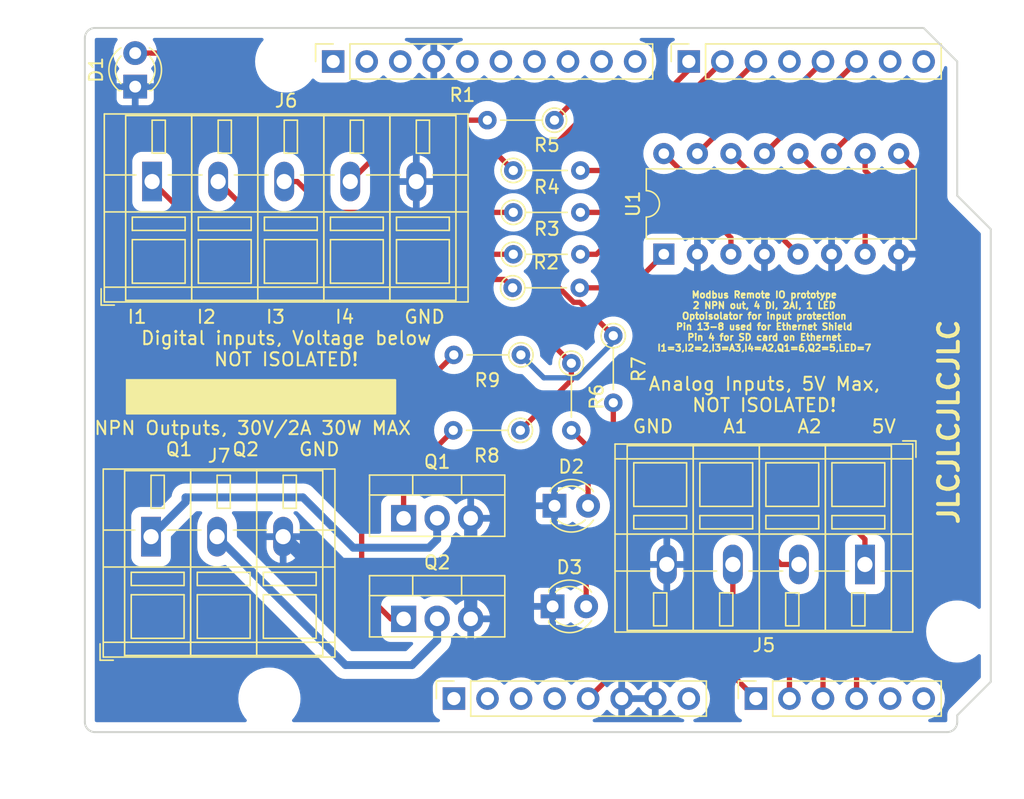
<source format=kicad_pcb>
(kicad_pcb (version 20211014) (generator pcbnew)
  (title_block (date "mar. 31 mars 2015"))
  (layers (0 "F.Cu" signal) (31 "B.Cu" signal) (34 "B.Paste" user) (35 "F.Paste" user) (36 "B.SilkS" user "B.Silkscreen") (37 "F.SilkS" user "F.Silkscreen") (38 "B.Mask" user) (39 "F.Mask" user) (44 "Edge.Cuts" user))
  (net 0 "")
  (net 1 "GND")
  (net 3 "+5V")
  (net 4 "/IOREF")
  (net 5 "Net-(D1-Pad2)")
  (net 6 "Net-(D2-Pad2)")
  (net 7 "Net-(D3-Pad2)")
  (net 11 "/13")
  (net 12 "/12")
  (net 13 "A0")
  (net 14 "/8")
  (net 15 "A1")
  (net 16 "/*11")
  (net 17 "/*10")
  (net 18 "/*9")
  (net 19 "/4")
  (net 20 "IN4")
  (net 21 "IN3")
  (net 23 "/TX{slash}1")
  (net 25 "/RX{slash}0")
  (net 26 "+3V3")
  (net 27 "VCC")
  (net 28 "/~{RESET}")
  (net 29 "OUT_LED")
  (net 30 "OUT1")
  (net 31 "OUT2")
  (net 32 "IN2")
  (net 33 "IN1")
  (net 34 "Net-(J6-Pad1)")
  (net 35 "Net-(J6-Pad2)")
  (net 36 "Net-(J6-Pad3)")
  (net 37 "Net-(J6-Pad4)")
  (net 38 "Net-(J7-Pad1)")
  (net 39 "Net-(J7-Pad2)")
  (net 40 "Net-(Q1-Pad1)")
  (net 41 "Net-(Q2-Pad1)")
  (net 42 "Net-(R2-Pad2)")
  (net 43 "Net-(R3-Pad2)")
  (net 44 "Net-(R4-Pad2)")
  (net 45 "Net-(R5-Pad2)")
  (footprint "Connector_PinSocket_2.54mm:PinSocket_1x08_P2.54mm_Vertical" (layer "F.Cu") (at 127.94 97.46 90)
    (fp_text reference "J1" hide)
    (fp_text value "Power")
    (pad "1" thru_hole rect locked (at 0 0 90) (size 1.7 1.7) (drill 1) (layers *.Cu *.Mask))
    (pad "2" thru_hole oval locked (at 0 2.54 90) (size 1.7 1.7) (drill 1) (layers *.Cu *.Mask) (net 4 "/IOREF"))
    (pad "3" thru_hole oval locked (at 0 5.08 90) (size 1.7 1.7) (drill 1) (layers *.Cu *.Mask) (net 28 "/~{RESET}"))
    (pad "4" thru_hole oval locked (at 0 7.62 90) (size 1.7 1.7) (drill 1) (layers *.Cu *.Mask) (net 26 "+3V3"))
    (pad "5" thru_hole oval locked (at 0 10.16 90) (size 1.7 1.7) (drill 1) (layers *.Cu *.Mask) (net 3 "+5V"))
    (pad "6" thru_hole oval locked (at 0 12.7 90) (size 1.7 1.7) (drill 1) (layers *.Cu *.Mask) (net 1 "GND"))
    (pad "7" thru_hole oval locked (at 0 15.24 90) (size 1.7 1.7) (drill 1) (layers *.Cu *.Mask) (net 1 "GND"))
    (pad "8" thru_hole oval locked (at 0 17.78 90) (size 1.7 1.7) (drill 1) (layers *.Cu *.Mask) (net 27 "VCC"))
  )
  (footprint "Connector_PinSocket_2.54mm:PinSocket_1x06_P2.54mm_Vertical" (layer "F.Cu") (at 150.8 97.46 90)
    (fp_text reference "J3" hide)
    (fp_text value "Analog")
    (pad "1" thru_hole rect locked (at 0 0 90) (size 1.7 1.7) (drill 1) (layers *.Cu *.Mask) (net 13 "A0"))
    (pad "2" thru_hole oval locked (at 0 2.54 90) (size 1.7 1.7) (drill 1) (layers *.Cu *.Mask) (net 15 "A1"))
    (pad "3" thru_hole oval locked (at 0 5.08 90) (size 1.7 1.7) (drill 1) (layers *.Cu *.Mask) (net 20 "IN4"))
    (pad "4" thru_hole oval locked (at 0 7.62 90) (size 1.7 1.7) (drill 1) (layers *.Cu *.Mask) (net 21 "IN3"))
    (pad "5" thru_hole oval locked (at 0 10.16 90) (size 1.7 1.7) (drill 1) (layers *.Cu *.Mask))
    (pad "6" thru_hole oval locked (at 0 12.7 90) (size 1.7 1.7) (drill 1) (layers *.Cu *.Mask))
  )
  (footprint "Connector_PinSocket_2.54mm:PinSocket_1x10_P2.54mm_Vertical" (layer "F.Cu") (at 118.796 49.2 90)
    (fp_text reference "J2" hide)
    (fp_text value "Digital/PWM")
    (pad "1" thru_hole rect locked (at 0 0 90) (size 1.7 1.7) (drill 1) (layers *.Cu *.Mask))
    (pad "2" thru_hole oval locked (at 0 2.54 90) (size 1.7 1.7) (drill 1) (layers *.Cu *.Mask))
    (pad "3" thru_hole oval locked (at 0 5.08 90) (size 1.7 1.7) (drill 1) (layers *.Cu *.Mask))
    (pad "4" thru_hole oval locked (at 0 7.62 90) (size 1.7 1.7) (drill 1) (layers *.Cu *.Mask) (net 1 "GND"))
    (pad "5" thru_hole oval locked (at 0 10.16 90) (size 1.7 1.7) (drill 1) (layers *.Cu *.Mask) (net 11 "/13"))
    (pad "6" thru_hole oval locked (at 0 12.7 90) (size 1.7 1.7) (drill 1) (layers *.Cu *.Mask) (net 12 "/12"))
    (pad "7" thru_hole oval locked (at 0 15.24 90) (size 1.7 1.7) (drill 1) (layers *.Cu *.Mask) (net 16 "/*11"))
    (pad "8" thru_hole oval locked (at 0 17.78 90) (size 1.7 1.7) (drill 1) (layers *.Cu *.Mask) (net 17 "/*10"))
    (pad "9" thru_hole oval locked (at 0 20.32 90) (size 1.7 1.7) (drill 1) (layers *.Cu *.Mask) (net 18 "/*9"))
    (pad "10" thru_hole oval locked (at 0 22.86 90) (size 1.7 1.7) (drill 1) (layers *.Cu *.Mask) (net 14 "/8"))
  )
  (footprint "Connector_PinSocket_2.54mm:PinSocket_1x08_P2.54mm_Vertical" (layer "F.Cu") (at 145.72 49.2 90)
    (fp_text reference "J4" hide)
    (fp_text value "Digital/PWM")
    (pad "1" thru_hole rect locked (at 0 0 90) (size 1.7 1.7) (drill 1) (layers *.Cu *.Mask) (net 29 "OUT_LED"))
    (pad "2" thru_hole oval locked (at 0 2.54 90) (size 1.7 1.7) (drill 1) (layers *.Cu *.Mask) (net 30 "OUT1"))
    (pad "3" thru_hole oval locked (at 0 5.08 90) (size 1.7 1.7) (drill 1) (layers *.Cu *.Mask) (net 31 "OUT2"))
    (pad "4" thru_hole oval locked (at 0 7.62 90) (size 1.7 1.7) (drill 1) (layers *.Cu *.Mask) (net 19 "/4"))
    (pad "5" thru_hole oval locked (at 0 10.16 90) (size 1.7 1.7) (drill 1) (layers *.Cu *.Mask) (net 33 "IN1"))
    (pad "6" thru_hole oval locked (at 0 12.7 90) (size 1.7 1.7) (drill 1) (layers *.Cu *.Mask) (net 32 "IN2"))
    (pad "7" thru_hole oval locked (at 0 15.24 90) (size 1.7 1.7) (drill 1) (layers *.Cu *.Mask) (net 23 "/TX{slash}1"))
    (pad "8" thru_hole oval locked (at 0 17.78 90) (size 1.7 1.7) (drill 1) (layers *.Cu *.Mask) (net 25 "/RX{slash}0"))
  )
  (footprint "Resistor_THT:R_Axial_DIN0204_L3.6mm_D1.6mm_P5.08mm_Vertical" (layer "F.Cu") (at 135.55 53.645 180)
    (fp_text reference "R1" (at 6.975 1.905) (layer "F.SilkS"))
    (fp_text value "220")
    (pad "1" thru_hole circle (at 0 0 180) (size 1.4 1.4) (drill 0.7) (layers *.Cu *.Mask) (net 29 "OUT_LED"))
    (pad "2" thru_hole oval (at 5.08 0 180) (size 1.4 1.4) (drill 0.7) (layers *.Cu *.Mask) (net 5 "Net-(D1-Pad2)"))
  )
  (footprint "TerminalBlock_WAGO:TerminalBlock_WAGO_236-105_1x05_P5.00mm_45Degree" (layer "F.Cu") (at 105.09 58.295)
    (fp_text reference "J6" (at 10.15 -6.12) (layer "F.SilkS"))
    (fp_text value "Screw_Terminal_01x05")
    (pad "1" thru_hole rect (at 0 0) (size 1.5 3) (drill 1.15) (layers *.Cu *.Mask) (net 34 "Net-(J6-Pad1)"))
    (pad "2" thru_hole oval (at 5 0) (size 1.5 3) (drill 1.15) (layers *.Cu *.Mask) (net 35 "Net-(J6-Pad2)"))
    (pad "3" thru_hole oval (at 10 0) (size 1.5 3) (drill 1.15) (layers *.Cu *.Mask) (net 36 "Net-(J6-Pad3)"))
    (pad "4" thru_hole oval (at 15 0) (size 1.5 3) (drill 1.15) (layers *.Cu *.Mask) (net 37 "Net-(J6-Pad4)"))
    (pad "5" thru_hole oval (at 20 0) (size 1.5 3) (drill 1.15) (layers *.Cu *.Mask) (net 1 "GND"))
  )
  (footprint "Resistor_THT:R_Axial_DIN0204_L3.6mm_D1.6mm_P5.08mm_Vertical" (layer "F.Cu") (at 133.01 71.425 180)
    (fp_text reference "R9" (at 2.54 -1.92) (layer "F.SilkS"))
    (fp_text value "Calc for Trans")
    (pad "1" thru_hole circle (at 0 0 180) (size 1.4 1.4) (drill 0.7) (layers *.Cu *.Mask) (net 31 "OUT2"))
    (pad "2" thru_hole oval (at 5.08 0 180) (size 1.4 1.4) (drill 0.7) (layers *.Cu *.Mask) (net 41 "Net-(Q2-Pad1)"))
  )
  (footprint "Resistor_THT:R_Axial_DIN0204_L3.6mm_D1.6mm_P5.08mm_Vertical" (layer "F.Cu") (at 136.83 72.06 -90)
    (fp_text reference "R6" (at 2.54 -1.92 90) (layer "F.SilkS"))
    (fp_text value "220")
    (pad "1" thru_hole circle (at 0 0 270) (size 1.4 1.4) (drill 0.7) (layers *.Cu *.Mask) (net 30 "OUT1"))
    (pad "2" thru_hole oval (at 5.08 0 270) (size 1.4 1.4) (drill 0.7) (layers *.Cu *.Mask) (net 6 "Net-(D2-Pad2)"))
  )
  (footprint "Resistor_THT:R_Axial_DIN0204_L3.6mm_D1.6mm_P5.08mm_Vertical" (layer "F.Cu") (at 132.385 66.345)
    (fp_text reference "R2" (at 2.54 -1.92) (layer "F.SilkS"))
    (fp_text value "R")
    (pad "1" thru_hole circle (at 0 0) (size 1.4 1.4) (drill 0.7) (layers *.Cu *.Mask) (net 34 "Net-(J6-Pad1)"))
    (pad "2" thru_hole oval (at 5.08 0) (size 1.4 1.4) (drill 0.7) (layers *.Cu *.Mask) (net 42 "Net-(R2-Pad2)"))
  )
  (footprint "TerminalBlock_WAGO:TerminalBlock_WAGO_236-103_1x03_P5.00mm_45Degree" (layer "F.Cu") (at 105.01 85.195)
    (fp_text reference "J7" (at 5.15 -6.12) (layer "F.SilkS"))
    (fp_text value "Screw_Terminal_01x03")
    (pad "1" thru_hole rect (at 0 0) (size 1.5 3) (drill 1.15) (layers *.Cu *.Mask) (net 38 "Net-(J7-Pad1)"))
    (pad "2" thru_hole oval (at 5 0) (size 1.5 3) (drill 1.15) (layers *.Cu *.Mask) (net 39 "Net-(J7-Pad2)"))
    (pad "3" thru_hole oval (at 10 0) (size 1.5 3) (drill 1.15) (layers *.Cu *.Mask) (net 1 "GND"))
  )
  (footprint "Resistor_THT:R_Axial_DIN0204_L3.6mm_D1.6mm_P5.08mm_Vertical" (layer "F.Cu") (at 132.435 57.455)
    (fp_text reference "R5" (at 2.54 -1.92) (layer "F.SilkS"))
    (fp_text value "R")
    (pad "1" thru_hole circle (at 0 0) (size 1.4 1.4) (drill 0.7) (layers *.Cu *.Mask) (net 37 "Net-(J6-Pad4)"))
    (pad "2" thru_hole oval (at 5.08 0) (size 1.4 1.4) (drill 0.7) (layers *.Cu *.Mask) (net 45 "Net-(R5-Pad2)"))
  )
  (footprint "Resistor_THT:R_Axial_DIN0204_L3.6mm_D1.6mm_P5.08mm_Vertical" (layer "F.Cu") (at 132.97 77.14 180)
    (fp_text reference "R8" (at 2.54 -1.92) (layer "F.SilkS"))
    (fp_text value "Calc for Trans")
    (pad "1" thru_hole circle (at 0 0 180) (size 1.4 1.4) (drill 0.7) (layers *.Cu *.Mask) (net 30 "OUT1"))
    (pad "2" thru_hole oval (at 5.08 0 180) (size 1.4 1.4) (drill 0.7) (layers *.Cu *.Mask) (net 40 "Net-(Q1-Pad1)"))
  )
  (footprint "Arduino_MountingHole:MountingHole_3.2mm" (layer "F.Cu") (at 115.24 49.2)
    (fp_text reference "MH1" hide)
    (fp_text value "MountingHole_3.2mm" hide)
    (pad "" np_thru_hole circle locked (at 0 0) (size 3.2 3.2) (drill 3.2) (layers *.Cu *.Mask))
  )
  (footprint "Resistor_THT:R_Axial_DIN0204_L3.6mm_D1.6mm_P5.08mm_Vertical" (layer "F.Cu") (at 132.435 60.63)
    (fp_text reference "R4" (at 2.54 -1.92) (layer "F.SilkS"))
    (fp_text value "R")
    (pad "1" thru_hole circle (at 0 0) (size 1.4 1.4) (drill 0.7) (layers *.Cu *.Mask) (net 36 "Net-(J6-Pad3)"))
    (pad "2" thru_hole oval (at 5.08 0) (size 1.4 1.4) (drill 0.7) (layers *.Cu *.Mask) (net 44 "Net-(R4-Pad2)"))
  )
  (footprint "Package_TO_SOT_THT:TO-220-3_Vertical" (layer "F.Cu") (at 124.13 83.8)
    (fp_text reference "Q1" (at 2.54 -4.27) (layer "F.SilkS"))
    (fp_text value "TIP120")
    (pad "1" thru_hole rect (at 0 0) (size 1.905 2) (drill 1.1) (layers *.Cu *.Mask) (net 40 "Net-(Q1-Pad1)"))
    (pad "2" thru_hole oval (at 2.54 0) (size 1.905 2) (drill 1.1) (layers *.Cu *.Mask) (net 38 "Net-(J7-Pad1)"))
    (pad "3" thru_hole oval (at 5.08 0) (size 1.905 2) (drill 1.1) (layers *.Cu *.Mask) (net 1 "GND"))
  )
  (footprint "Resistor_THT:R_Axial_DIN0204_L3.6mm_D1.6mm_P5.08mm_Vertical" (layer "F.Cu") (at 140.005 69.97 -90)
    (fp_text reference "R7" (at 2.54 -1.92 90) (layer "F.SilkS"))
    (fp_text value "220")
    (pad "1" thru_hole circle (at 0 0 270) (size 1.4 1.4) (drill 0.7) (layers *.Cu *.Mask) (net 31 "OUT2"))
    (pad "2" thru_hole oval (at 5.08 0 270) (size 1.4 1.4) (drill 0.7) (layers *.Cu *.Mask) (net 7 "Net-(D3-Pad2)"))
  )
  (footprint "Package_TO_SOT_THT:TO-220-3_Vertical" (layer "F.Cu") (at 124.13 91.42)
    (fp_text reference "Q2" (at 2.54 -4.27) (layer "F.SilkS"))
    (fp_text value "TIP120")
    (pad "1" thru_hole rect (at 0 0) (size 1.905 2) (drill 1.1) (layers *.Cu *.Mask) (net 41 "Net-(Q2-Pad1)"))
    (pad "2" thru_hole oval (at 2.54 0) (size 1.905 2) (drill 1.1) (layers *.Cu *.Mask) (net 39 "Net-(J7-Pad2)"))
    (pad "3" thru_hole oval (at 5.08 0) (size 1.905 2) (drill 1.1) (layers *.Cu *.Mask) (net 1 "GND"))
  )
  (footprint "Resistor_THT:R_Axial_DIN0204_L3.6mm_D1.6mm_P5.08mm_Vertical" (layer "F.Cu") (at 132.435 63.805)
    (fp_text reference "R3" (at 2.54 -1.92) (layer "F.SilkS"))
    (fp_text value "R")
    (pad "1" thru_hole circle (at 0 0) (size 1.4 1.4) (drill 0.7) (layers *.Cu *.Mask) (net 35 "Net-(J6-Pad2)"))
    (pad "2" thru_hole oval (at 5.08 0) (size 1.4 1.4) (drill 0.7) (layers *.Cu *.Mask) (net 43 "Net-(R3-Pad2)"))
  )
  (footprint "Package_DIP:DIP-16_W7.62mm" (layer "F.Cu") (at 143.83 63.795 90)
    (fp_text reference "U1" (at 3.81 -2.33 90) (layer "F.SilkS"))
    (fp_text value "LTV-844")
    (pad "1" thru_hole rect (at 0 0 90) (size 1.6 1.6) (drill 0.8) (layers *.Cu *.Mask) (net 42 "Net-(R2-Pad2)"))
    (pad "2" thru_hole oval (at 0 2.54 90) (size 1.6 1.6) (drill 0.8) (layers *.Cu *.Mask) (net 1 "GND"))
    (pad "3" thru_hole oval (at 0 5.08 90) (size 1.6 1.6) (drill 0.8) (layers *.Cu *.Mask) (net 43 "Net-(R3-Pad2)"))
    (pad "4" thru_hole oval (at 0 7.62 90) (size 1.6 1.6) (drill 0.8) (layers *.Cu *.Mask) (net 1 "GND"))
    (pad "5" thru_hole oval (at 0 10.16 90) (size 1.6 1.6) (drill 0.8) (layers *.Cu *.Mask) (net 44 "Net-(R4-Pad2)"))
    (pad "6" thru_hole oval (at 0 12.7 90) (size 1.6 1.6) (drill 0.8) (layers *.Cu *.Mask) (net 1 "GND"))
    (pad "7" thru_hole oval (at 0 15.24 90) (size 1.6 1.6) (drill 0.8) (layers *.Cu *.Mask) (net 45 "Net-(R5-Pad2)"))
    (pad "8" thru_hole oval (at 0 17.78 90) (size 1.6 1.6) (drill 0.8) (layers *.Cu *.Mask) (net 1 "GND"))
    (pad "9" thru_hole oval (at 7.62 17.78 90) (size 1.6 1.6) (drill 0.8) (layers *.Cu *.Mask) (net 20 "IN4"))
    (pad "10" thru_hole oval (at 7.62 15.24 90) (size 1.6 1.6) (drill 0.8) (layers *.Cu *.Mask) (net 3 "+5V"))
    (pad "11" thru_hole oval (at 7.62 12.7 90) (size 1.6 1.6) (drill 0.8) (layers *.Cu *.Mask) (net 21 "IN3"))
    (pad "12" thru_hole oval (at 7.62 10.16 90) (size 1.6 1.6) (drill 0.8) (layers *.Cu *.Mask) (net 3 "+5V"))
    (pad "13" thru_hole oval (at 7.62 7.62 90) (size 1.6 1.6) (drill 0.8) (layers *.Cu *.Mask) (net 32 "IN2"))
    (pad "14" thru_hole oval (at 7.62 5.08 90) (size 1.6 1.6) (drill 0.8) (layers *.Cu *.Mask) (net 3 "+5V"))
    (pad "15" thru_hole oval (at 7.62 2.54 90) (size 1.6 1.6) (drill 0.8) (layers *.Cu *.Mask) (net 33 "IN1"))
    (pad "16" thru_hole oval (at 7.62 0 90) (size 1.6 1.6) (drill 0.8) (layers *.Cu *.Mask) (net 3 "+5V"))
  )
  (footprint "LED_THT:LED_D3.0mm" (layer "F.Cu") (at 103.81 51.105 90)
    (fp_text reference "D1" (at 1.27 -2.96 90) (layer "F.SilkS"))
    (fp_text value "LED")
    (pad "1" thru_hole rect (at 0 0 90) (size 1.8 1.8) (drill 0.9) (layers *.Cu *.Mask) (net 1 "GND"))
    (pad "2" thru_hole circle (at 2.54 0 90) (size 1.8 1.8) (drill 0.9) (layers *.Cu *.Mask) (net 5 "Net-(D1-Pad2)"))
  )
  (footprint "Arduino_MountingHole:MountingHole_3.2mm" (layer "F.Cu") (at 113.97 97.46)
    (fp_text reference "MH2" hide)
    (fp_text value "MountingHole_3.2mm" hide)
    (pad "" np_thru_hole circle locked (at 0 0) (size 3.2 3.2) (drill 3.2) (layers *.Cu *.Mask))
  )
  (footprint "Arduino_MountingHole:MountingHole_3.2mm" (layer "F.Cu") (at 166.04 92.38)
    (fp_text reference "MH4" hide)
    (fp_text value "MountingHole_3.2mm" hide)
    (pad "" np_thru_hole circle locked (at 0 0) (size 3.2 3.2) (drill 3.2) (layers *.Cu *.Mask))
  )
  (footprint "TerminalBlock_WAGO:TerminalBlock_WAGO_236-104_1x04_P5.00mm_45Degree" (layer "F.Cu") (at 159.055 87.3 180)
    (fp_text reference "J5" (at 7.65 -6.12) (layer "F.SilkS"))
    (fp_text value "Screw_Terminal_01x04")
    (pad "1" thru_hole rect (at 0 0 180) (size 1.5 3) (drill 1.15) (layers *.Cu *.Mask) (net 3 "+5V"))
    (pad "2" thru_hole oval (at 5 0 180) (size 1.5 3) (drill 1.15) (layers *.Cu *.Mask) (net 13 "A0"))
    (pad "3" thru_hole oval (at 10 0 180) (size 1.5 3) (drill 1.15) (layers *.Cu *.Mask) (net 15 "A1"))
    (pad "4" thru_hole oval (at 15 0 180) (size 1.5 3) (drill 1.15) (layers *.Cu *.Mask) (net 1 "GND"))
  )
  (footprint "LED_THT:LED_D3.0mm" (layer "F.Cu") (at 135.41 90.475)
    (fp_text reference "D3" (at 1.27 -2.96) (layer "F.SilkS"))
    (fp_text value "Q2")
    (pad "1" thru_hole rect (at 0 0) (size 1.8 1.8) (drill 0.9) (layers *.Cu *.Mask) (net 1 "GND"))
    (pad "2" thru_hole circle (at 2.54 0) (size 1.8 1.8) (drill 0.9) (layers *.Cu *.Mask) (net 7 "Net-(D3-Pad2)"))
  )
  (footprint "LED_THT:LED_D3.0mm" (layer "F.Cu") (at 135.555 82.855)
    (fp_text reference "D2" (at 1.27 -2.96) (layer "F.SilkS"))
    (fp_text value "Q1")
    (pad "1" thru_hole rect (at 0 0) (size 1.8 1.8) (drill 0.9) (layers *.Cu *.Mask) (net 1 "GND"))
    (pad "2" thru_hole circle (at 2.54 0) (size 1.8 1.8) (drill 0.9) (layers *.Cu *.Mask) (net 6 "Net-(D2-Pad2)"))
  )
  (gr_rect (start 103.175 73.33) (end 123.495 75.87) (layer "F.SilkS") (width 0.15) (fill solid))
  (gr_line (start 166.04 59.36) (end 168.58 61.9) (layer "Edge.Cuts") (width 0.15))
  (gr_line (start 100 99.238) (end 100 47.422) (layer "Edge.Cuts") (width 0.15))
  (gr_line (start 168.58 61.9) (end 168.58 96.19) (layer "Edge.Cuts") (width 0.15))
  (gr_line (start 165.278 100) (end 100.762 100) (layer "Edge.Cuts") (width 0.15))
  (gr_line (start 100.762 46.66) (end 163.5 46.66) (layer "Edge.Cuts") (width 0.15))
  (gr_arc (start 100.762 100) (mid 100.223185 99.776815) (end 100 99.238) (layer "Edge.Cuts") (width 0.15))
  (gr_line (start 168.58 96.19) (end 166.04 98.73) (layer "Edge.Cuts") (width 0.15))
  (gr_line (start 163.5 46.66) (end 166.04 49.2) (layer "Edge.Cuts") (width 0.15))
  (gr_arc (start 166.04 99.238) (mid 165.816815 99.776815) (end 165.278 100) (layer "Edge.Cuts") (width 0.15))
  (gr_line (start 166.04 49.2) (end 166.04 59.36) (layer "Edge.Cuts") (width 0.15))
  (gr_line (start 166.04 98.73) (end 166.04 99.238) (layer "Edge.Cuts") (width 0.15))
  (gr_arc (start 100 47.422) (mid 100.223185 46.883185) (end 100.762 46.66) (layer "Edge.Cuts") (width 0.15))
  (gr_text "Modbus Remote IO prototype\n2 NPN out, 4 DI, 2AI, 1 LED\nOptoisolator for input protection\nPin 13-8 used for Ethernet Shield\nPin 4 for SD card on Ethernet\nI1=3,I2=2,I3=A3,I4=A2,Q1=6,Q2=5,LED=7\n" (at 151.435 68.885) (layer "F.SilkS") (effects (font (size 0.5 0.5) (thickness 0.125))))
  (gr_text "JLCJLCJLCJLC" (at 165.405 76.505 90) (layer "F.SilkS") (effects (font (size 1.5 1.5) (thickness 0.3))))
  (gr_text "NPN Outputs, 30V/2A 30W MAX\nQ1    Q2    GND" (at 112.7 77.775) (layer "F.SilkS") (effects (font (size 1 1))))
  (gr_text "Analog Inputs, 5V Max,\nNOT ISOLATED!\nGND     A1     A2     5V" (at 151.435 75.235) (layer "F.SilkS") (effects (font (size 1 1))))
  (gr_text "I1     I2     I3     I4     GND\nDigital inputs, Voltage below\nNOT ISOLATED!" (at 115.24 70.155) (layer "F.SilkS") (effects (font (size 1 1))))
  (segment (start 117.115 87.3) (end 129.21 87.3) (width 1) (layer "B.Cu") (net 1))
  (segment (start 115.01 85.195) (end 117.115 87.3) (width 1) (layer "B.Cu") (net 1))
  (segment (start 129.21 87.3) (end 129.21 83.8) (width 1) (layer "B.Cu") (net 1))
  (segment (start 129.21 91.42) (end 129.21 87.3) (width 1) (layer "B.Cu") (net 1))
  (segment (start 159.07 57.47) (end 159.07 56.175) (width 0.4) (layer "F.Cu") (net 3))
  (segment (start 151.46 58.725) (end 152.07 58.725) (width 0.4) (layer "F.Cu") (net 3))
  (segment (start 144.45 82.22) (end 155.88 82.22) (width 0.4) (layer "F.Cu") (net 3))
  (segment (start 148.91 56.175) (end 151.46 58.725) (width 0.4) (layer "F.Cu") (net 3))
  (segment (start 155.88 82.22) (end 155.88 80.315) (width 0.4) (layer "F.Cu") (net 3))
  (segment (start 163.5 72.695) (end 163.5 61.9) (width 0.4) (layer "F.Cu") (net 3))
  (segment (start 156.54 58.725) (end 160.325 58.725) (width 0.4) (layer "F.Cu") (net 3))
  (segment (start 146.38 58.725) (end 152.07 58.725) (width 0.4) (layer "F.Cu") (net 3))
  (segment (start 153.99 56.175) (end 156.54 58.725) (width 0.4) (layer "F.Cu") (net 3))
  (segment (start 140.64 94.92) (end 140.64 86.03) (width 0.4) (layer "F.Cu") (net 3))
  (segment (start 140.64 86.03) (end 144.45 82.22) (width 0.4) (layer "F.Cu") (net 3))
  (segment (start 152.07 58.725) (end 156.54 58.725) (width 0.4) (layer "F.Cu") (net 3))
  (segment (start 143.83 56.175) (end 146.38 58.725) (width 0.4) (layer "F.Cu") (net 3))
  (segment (start 138.1 97.46) (end 140.64 94.92) (width 0.4) (layer "F.Cu") (net 3))
  (segment (start 163.5 61.9) (end 159.07 57.47) (width 0.4) (layer "F.Cu") (net 3))
  (segment (start 159.055 85.395) (end 159.055 87.3) (width 0.4) (layer "F.Cu") (net 3))
  (segment (start 155.88 82.22) (end 159.055 85.395) (width 0.4) (layer "F.Cu") (net 3))
  (segment (start 155.88 80.315) (end 163.5 72.695) (width 0.4) (layer "F.Cu") (net 3))
  (segment (start 106.35 48.565) (end 111.43 53.645) (width 0.4) (layer "F.Cu") (net 5))
  (segment (start 111.43 53.645) (end 130.47 53.645) (width 0.4) (layer "F.Cu") (net 5))
  (segment (start 103.81 48.565) (end 106.35 48.565) (width 0.4) (layer "F.Cu") (net 5))
  (segment (start 136.83 77.14) (end 138.095 78.405) (width 0.4) (layer "F.Cu") (net 6))
  (segment (start 138.095 78.405) (end 138.095 82.855) (width 0.4) (layer "F.Cu") (net 6))
  (segment (start 140.005 75.05) (end 140.005 84.125) (width 0.4) (layer "F.Cu") (net 7))
  (segment (start 137.95 86.18) (end 137.95 90.475) (width 0.4) (layer "F.Cu") (net 7))
  (segment (start 140.005 84.125) (end 137.95 86.18) (width 0.4) (layer "F.Cu") (net 7))
  (segment (start 146.355 93.015) (end 150.8 97.46) (width 0.4) (layer "F.Cu") (net 13))
  (segment (start 147.625 84.125) (end 146.355 85.395) (width 0.4) (layer "F.Cu") (net 13))
  (segment (start 146.355 85.395) (end 146.355 93.015) (width 0.4) (layer "F.Cu") (net 13))
  (segment (start 152.705 87.3) (end 149.53 84.125) (width 0.4) (layer "F.Cu") (net 13))
  (segment (start 149.53 84.125) (end 147.625 84.125) (width 0.4) (layer "F.Cu") (net 13))
  (segment (start 154.055 87.3) (end 152.705 87.3) (width 0.4) (layer "F.Cu") (net 13))
  (segment (start 153.34 95.555) (end 153.34 97.46) (width 0.4) (layer "F.Cu") (net 15))
  (segment (start 149.055 87.3) (end 149.055 91.27) (width 0.4) (layer "F.Cu") (net 15))
  (segment (start 149.055 91.27) (end 153.34 95.555) (width 0.4) (layer "F.Cu") (net 15))
  (segment (start 157.15 91.745) (end 155.88 93.015) (width 0.4) (layer "F.Cu") (net 20))
  (segment (start 164.135 58.7) (end 164.135 79.045) (width 0.4) (layer "F.Cu") (net 20))
  (segment (start 160.96 82.22) (end 160.96 91.11) (width 0.4) (layer "F.Cu") (net 20))
  (segment (start 160.96 91.11) (end 160.325 91.745) (width 0.4) (layer "F.Cu") (net 20))
  (segment (start 161.61 56.175) (end 164.135 58.7) (width 0.4) (layer "F.Cu") (net 20))
  (segment (start 160.325 91.745) (end 157.15 91.745) (width 0.4) (layer "F.Cu") (net 20))
  (segment (start 155.88 93.015) (end 155.88 97.46) (width 0.4) (layer "F.Cu") (net 20))
  (segment (start 164.135 79.045) (end 160.96 82.22) (width 0.4) (layer "F.Cu") (net 20))
  (segment (start 158.42 94.285) (end 158.42 97.46) (width 0.4) (layer "F.Cu") (net 21))
  (segment (start 160.96 93.65) (end 159.055 93.65) (width 0.4) (layer "F.Cu") (net 21))
  (segment (start 164.77 61.9) (end 165.405 61.9) (width 0.4) (layer "F.Cu") (net 21))
  (segment (start 164.77 56.185) (end 164.77 61.9) (width 0.4) (layer "F.Cu") (net 21))
  (segment (start 162.23 92.38) (end 160.96 93.65) (width 0.4) (layer "F.Cu") (net 21))
  (segment (start 158.425 54.28) (end 162.865 54.28) (width 0.4) (layer "F.Cu") (net 21))
  (segment (start 162.865 54.28) (end 164.77 56.185) (width 0.4) (layer "F.Cu") (net 21))
  (segment (start 162.23 83.49) (end 162.23 92.38) (width 0.4) (layer "F.Cu") (net 21))
  (segment (start 156.53 56.175) (end 158.425 54.28) (width 0.4) (layer "F.Cu") (net 21))
  (segment (start 165.405 80.315) (end 162.23 83.49) (width 0.4) (layer "F.Cu") (net 21))
  (segment (start 159.055 93.65) (end 158.42 94.285) (width 0.4) (layer "F.Cu") (net 21))
  (segment (start 165.405 61.9) (end 165.405 80.315) (width 0.4) (layer "F.Cu") (net 21))
  (segment (start 135.55 53.645) (end 137.455 51.74) (width 0.4) (layer "F.Cu") (net 29))
  (segment (start 137.455 51.74) (end 143.815 51.74) (width 0.4) (layer "F.Cu") (net 29))
  (segment (start 145.72 49.835) (end 145.72 49.2) (width 0.4) (layer "F.Cu") (net 29))
  (segment (start 143.815 51.74) (end 145.72 49.835) (width 0.4) (layer "F.Cu") (net 29))
  (segment (start 134.29 56.82) (end 138.735 52.375) (width 0.4) (layer "F.Cu") (net 30))
  (segment (start 145.085 52.375) (end 148.26 49.2) (width 0.4) (layer "F.Cu") (net 30))
  (segment (start 138.735 52.375) (end 145.085 52.375) (width 0.4) (layer "F.Cu") (net 30))
  (segment (start 136.83 73.33) (end 136.83 72.06) (width 0.4) (layer "F.Cu") (net 30))
  (segment (start 132.97 77.14) (end 135.51 74.6) (width 0.4) (layer "F.Cu") (net 30))
  (segment (start 135.51 74.6) (end 135.56 74.6) (width 0.4) (layer "F.Cu") (net 30))
  (segment (start 134.29 69.52) (end 134.29 56.82) (width 0.4) (layer "F.Cu") (net 30))
  (segment (start 136.83 72.06) (end 134.29 69.52) (width 0.4) (layer "F.Cu") (net 30))
  (segment (start 135.56 74.6) (end 136.83 73.33) (width 0.4) (layer "F.Cu") (net 30))
  (segment (start 137.009365 67.445) (end 137.48 67.445) (width 0.4) (layer "F.Cu") (net 31))
  (segment (start 137.48 67.445) (end 140.005 69.97) (width 0.4) (layer "F.Cu") (net 31))
  (segment (start 135.56 65.995635) (end 137.009365 67.445) (width 0.4) (layer "F.Cu") (net 31))
  (segment (start 150.8 49.2) (end 146.355 53.645) (width 0.4) (layer "F.Cu") (net 31))
  (segment (start 135.56 56.82) (end 135.56 65.995635) (width 0.4) (layer "F.Cu") (net 31))
  (segment (start 138.735 53.645) (end 135.56 56.82) (width 0.4) (layer "F.Cu") (net 31))
  (segment (start 146.355 53.645) (end 138.735 53.645) (width 0.4) (layer "F.Cu") (net 31))
  (segment (start 137.285635 73.16) (end 140.005 70.440635) (width 0.4) (layer "B.Cu") (net 31))
  (segment (start 133.01 71.425) (end 134.745 73.16) (width 0.4) (layer "B.Cu") (net 31))
  (segment (start 134.745 73.16) (end 137.285635 73.16) (width 0.4) (layer "B.Cu") (net 31))
  (segment (start 140.005 70.440635) (end 140.005 69.97) (width 0.4) (layer "B.Cu") (net 31))
  (segment (start 151.45 56.175) (end 158.42 49.205) (width 0.4) (layer "F.Cu") (net 32))
  (segment (start 158.42 49.205) (end 158.42 49.2) (width 0.4) (layer "F.Cu") (net 32))
  (segment (start 146.37 56.175) (end 150.805 51.74) (width 0.4) (layer "F.Cu") (net 33))
  (segment (start 150.805 51.74) (end 153.34 51.74) (width 0.4) (layer "F.Cu") (net 33))
  (segment (start 153.34 51.74) (end 155.88 49.2) (width 0.4) (layer "F.Cu") (net 33))
  (segment (start 131.75 65.71) (end 132.385 66.345) (width 0.4) (layer "F.Cu") (net 34))
  (segment (start 105.09 58.295) (end 112.505 65.71) (width 0.4) (layer "F.Cu") (net 34))
  (segment (start 112.505 65.71) (end 131.75 65.71) (width 0.4) (layer "F.Cu") (net 34))
  (segment (start 115.6 63.805) (end 132.435 63.805) (width 0.4) (layer "F.Cu") (net 35))
  (segment (start 110.09 58.295) (end 115.6 63.805) (width 0.4) (layer "F.Cu") (net 35))
  (segment (start 116.08 58.295) (end 118.415 60.63) (width 0.4) (layer "F.Cu") (net 36))
  (segment (start 118.415 60.63) (end 132.435 60.63) (width 0.4) (layer "F.Cu") (net 36))
  (segment (start 115.09 58.295) (end 116.08 58.295) (width 0.4) (layer "F.Cu") (net 36))
  (segment (start 122.835 55.55) (end 130.53 55.55) (width 0.4) (layer "F.Cu") (net 37))
  (segment (start 130.53 55.55) (end 132.435 57.455) (width 0.4) (layer "F.Cu") (net 37))
  (segment (start 120.09 58.295) (end 122.835 55.55) (width 0.4) (layer "F.Cu") (net 37))
  (segment (start 107.62 82.22) (end 116.51 82.22) (width 0.6) (layer "B.Cu") (net 38))
  (segment (start 126.67 85.4) (end 126.67 83.8) (width 0.6) (layer "B.Cu") (net 38))
  (segment (start 126.04 86.03) (end 126.67 85.4) (width 0.6) (layer "B.Cu") (net 38))
  (segment (start 107.62 82.585) (end 107.62 82.22) (width 0.6) (layer "B.Cu") (net 38))
  (segment (start 120.32 86.03) (end 126.04 86.03) (width 0.6) (layer "B.Cu") (net 38))
  (segment (start 116.51 82.22) (end 120.32 86.03) (width 0.6) (layer "B.Cu") (net 38))
  (segment (start 105.01 85.195) (end 107.62 82.585) (width 0.6) (layer "B.Cu") (net 38))
  (segment (start 126.67 93.02) (end 126.67 91.42) (width 0.6) (layer "B.Cu") (net 39))
  (segment (start 110.01 85.195) (end 119.735 94.92) (width 0.6) (layer "B.Cu") (net 39))
  (segment (start 119.735 94.92) (end 124.77 94.92) (width 0.6) (layer "B.Cu") (net 39))
  (segment (start 124.77 94.92) (end 126.67 93.02) (width 0.6) (layer "B.Cu") (net 39))
  (segment (start 124.13 83.8) (end 124.13 80.9) (width 0.4) (layer "F.Cu") (net 40))
  (segment (start 124.13 80.9) (end 127.89 77.14) (width 0.4) (layer "F.Cu") (net 40))
  (segment (start 123.17 91.42) (end 120.955 89.205) (width 0.4) (layer "F.Cu") (net 41))
  (segment (start 120.955 78.4) (end 127.93 71.425) (width 0.4) (layer "F.Cu") (net 41))
  (segment (start 120.955 89.205) (end 120.955 78.4) (width 0.4) (layer "F.Cu") (net 41))
  (segment (start 124.13 91.42) (end 123.17 91.42) (width 0.4) (layer "F.Cu") (net 41))
  (segment (start 141.28 66.345) (end 143.83 63.795) (width 0.4) (layer "F.Cu") (net 42))
  (segment (start 137.465 66.345) (end 141.28 66.345) (width 0.4) (layer "F.Cu") (net 42))
  (segment (start 148.26 61.9) (end 148.91 62.55) (width 0.4) (layer "F.Cu") (net 43))
  (segment (start 137.515 63.805) (end 138.735 63.805) (width 0.4) (layer "F.Cu") (net 43))
  (segment (start 138.735 63.805) (end 140.64 61.9) (width 0.4) (layer "F.Cu") (net 43))
  (segment (start 140.64 61.9) (end 148.26 61.9) (width 0.4) (layer "F.Cu") (net 43))
  (segment (start 148.91 62.55) (end 148.91 63.795) (width 0.4) (layer "F.Cu") (net 43))
  (segment (start 137.515 60.63) (end 150.825 60.63) (width 0.4) (layer "F.Cu") (net 44))
  (segment (start 150.825 60.63) (end 153.99 63.795) (width 0.4) (layer "F.Cu") (net 44))
  (segment (start 157.15 59.995) (end 159.07 61.915) (width 0.4) (layer "F.Cu") (net 45))
  (segment (start 142.545 57.455) (end 145.085 59.995) (width 0.4) (layer "F.Cu") (net 45))
  (segment (start 159.07 61.915) (end 159.07 63.795) (width 0.4) (layer "F.Cu") (net 45))
  (segment (start 145.085 59.995) (end 157.15 59.995) (width 0.4) (layer "F.Cu") (net 45))
  (segment (start 137.515 57.455) (end 142.545 57.455) (width 0.4) (layer "F.Cu") (net 45))
  (zone (net 1) (net_name "GND") (layer "B.Cu") (name "GND") (connect_pads (clearance 0.75)) (min_thickness 0.254) (fill yes (thermal_gap 0.508) (thermal_bridge_width 0.508))
    (polygon (pts (xy 171.12 105.08) (xy 93.65 105.08) (xy 93.65 44.755) (xy 171.12 44.755)))
  )
)
</source>
